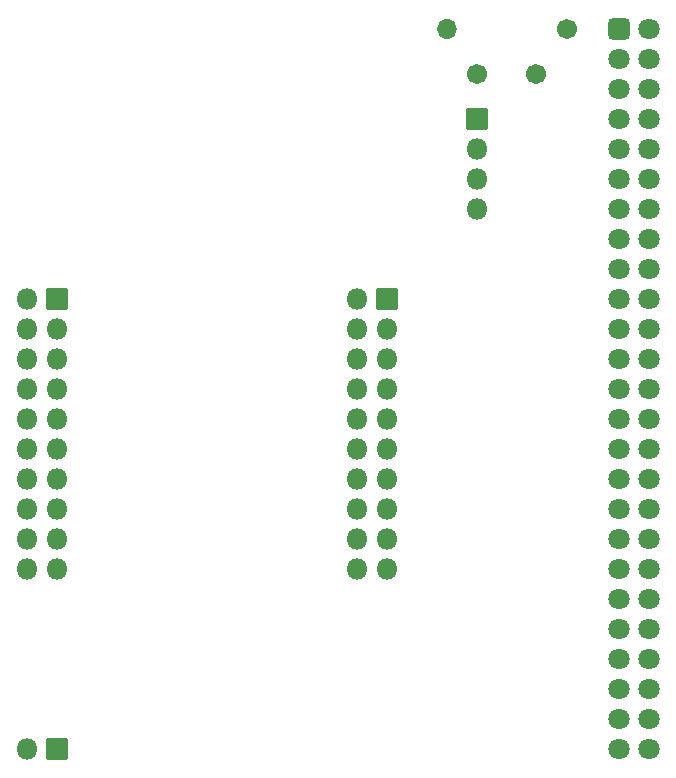
<source format=gbs>
G04 #@! TF.GenerationSoftware,KiCad,Pcbnew,6.0.4-6f826c9f35~116~ubuntu18.04.1*
G04 #@! TF.CreationDate,2023-06-15T12:53:14+01:00*
G04 #@! TF.ProjectId,sbc09_debugger,73626330-395f-4646-9562-75676765722e,rev?*
G04 #@! TF.SameCoordinates,Original*
G04 #@! TF.FileFunction,Soldermask,Bot*
G04 #@! TF.FilePolarity,Negative*
%FSLAX46Y46*%
G04 Gerber Fmt 4.6, Leading zero omitted, Abs format (unit mm)*
G04 Created by KiCad (PCBNEW 6.0.4-6f826c9f35~116~ubuntu18.04.1) date 2023-06-15 12:53:14*
%MOMM*%
%LPD*%
G01*
G04 APERTURE LIST*
G04 Aperture macros list*
%AMRoundRect*
0 Rectangle with rounded corners*
0 $1 Rounding radius*
0 $2 $3 $4 $5 $6 $7 $8 $9 X,Y pos of 4 corners*
0 Add a 4 corners polygon primitive as box body*
4,1,4,$2,$3,$4,$5,$6,$7,$8,$9,$2,$3,0*
0 Add four circle primitives for the rounded corners*
1,1,$1+$1,$2,$3*
1,1,$1+$1,$4,$5*
1,1,$1+$1,$6,$7*
1,1,$1+$1,$8,$9*
0 Add four rect primitives between the rounded corners*
20,1,$1+$1,$2,$3,$4,$5,0*
20,1,$1+$1,$4,$5,$6,$7,0*
20,1,$1+$1,$6,$7,$8,$9,0*
20,1,$1+$1,$8,$9,$2,$3,0*%
G04 Aperture macros list end*
%ADD10RoundRect,0.050800X-0.850000X-0.850000X0.850000X-0.850000X0.850000X0.850000X-0.850000X0.850000X0*%
%ADD11O,1.801600X1.801600*%
%ADD12RoundRect,0.050800X-0.850000X0.850000X-0.850000X-0.850000X0.850000X-0.850000X0.850000X0.850000X0*%
%ADD13C,1.701600*%
%ADD14RoundRect,0.300800X-0.600000X-0.600000X0.600000X-0.600000X0.600000X0.600000X-0.600000X0.600000X0*%
%ADD15C,1.801600*%
%ADD16O,1.701600X1.701600*%
G04 APERTURE END LIST*
D10*
X134620000Y-93980000D03*
D11*
X132080000Y-93980000D03*
X134620000Y-96520000D03*
X132080000Y-96520000D03*
X134620000Y-99060000D03*
X132080000Y-99060000D03*
X134620000Y-101600000D03*
X132080000Y-101600000D03*
X134620000Y-104140000D03*
X132080000Y-104140000D03*
X134620000Y-106680000D03*
X132080000Y-106680000D03*
X134620000Y-109220000D03*
X132080000Y-109220000D03*
X134620000Y-111760000D03*
X132080000Y-111760000D03*
X134620000Y-114300000D03*
X132080000Y-114300000D03*
X134620000Y-116840000D03*
X132080000Y-116840000D03*
D10*
X162560000Y-93980000D03*
D11*
X160020000Y-93980000D03*
X162560000Y-96520000D03*
X160020000Y-96520000D03*
X162560000Y-99060000D03*
X160020000Y-99060000D03*
X162560000Y-101600000D03*
X160020000Y-101600000D03*
X162560000Y-104140000D03*
X160020000Y-104140000D03*
X162560000Y-106680000D03*
X160020000Y-106680000D03*
X162560000Y-109220000D03*
X160020000Y-109220000D03*
X162560000Y-111760000D03*
X160020000Y-111760000D03*
X162560000Y-114300000D03*
X160020000Y-114300000D03*
X162560000Y-116840000D03*
X160020000Y-116840000D03*
D12*
X134620000Y-132080000D03*
D11*
X132080000Y-132080000D03*
D10*
X170180000Y-78740000D03*
D11*
X170180000Y-81280000D03*
X170180000Y-83820000D03*
X170180000Y-86360000D03*
D13*
X170180000Y-74930000D03*
X175180000Y-74930000D03*
D14*
X182245000Y-71120000D03*
D15*
X184785000Y-71120000D03*
X182245000Y-73660000D03*
X184785000Y-73660000D03*
X182245000Y-76200000D03*
X184785000Y-76200000D03*
X182245000Y-78740000D03*
X184785000Y-78740000D03*
X182245000Y-81280000D03*
X184785000Y-81280000D03*
X182245000Y-83820000D03*
X184785000Y-83820000D03*
X182245000Y-86360000D03*
X184785000Y-86360000D03*
X182245000Y-88900000D03*
X184785000Y-88900000D03*
X182245000Y-91440000D03*
X184785000Y-91440000D03*
X182245000Y-93980000D03*
X184785000Y-93980000D03*
X182245000Y-96520000D03*
X184785000Y-96520000D03*
X182245000Y-99060000D03*
X184785000Y-99060000D03*
X182245000Y-101600000D03*
X184785000Y-101600000D03*
X182245000Y-104140000D03*
X184785000Y-104140000D03*
X182245000Y-106680000D03*
X184785000Y-106680000D03*
X182245000Y-109220000D03*
X184785000Y-109220000D03*
X182245000Y-111760000D03*
X184785000Y-111760000D03*
X182245000Y-114300000D03*
X184785000Y-114300000D03*
X182245000Y-116840000D03*
X184785000Y-116840000D03*
X182245000Y-119380000D03*
X184785000Y-119380000D03*
X182245000Y-121920000D03*
X184785000Y-121920000D03*
X182245000Y-124460000D03*
X184785000Y-124460000D03*
X182245000Y-127000000D03*
X184785000Y-127000000D03*
X182245000Y-129540000D03*
X184785000Y-129540000D03*
X182245000Y-132080000D03*
X184785000Y-132080000D03*
D13*
X177800000Y-71120000D03*
D16*
X167640000Y-71120000D03*
M02*

</source>
